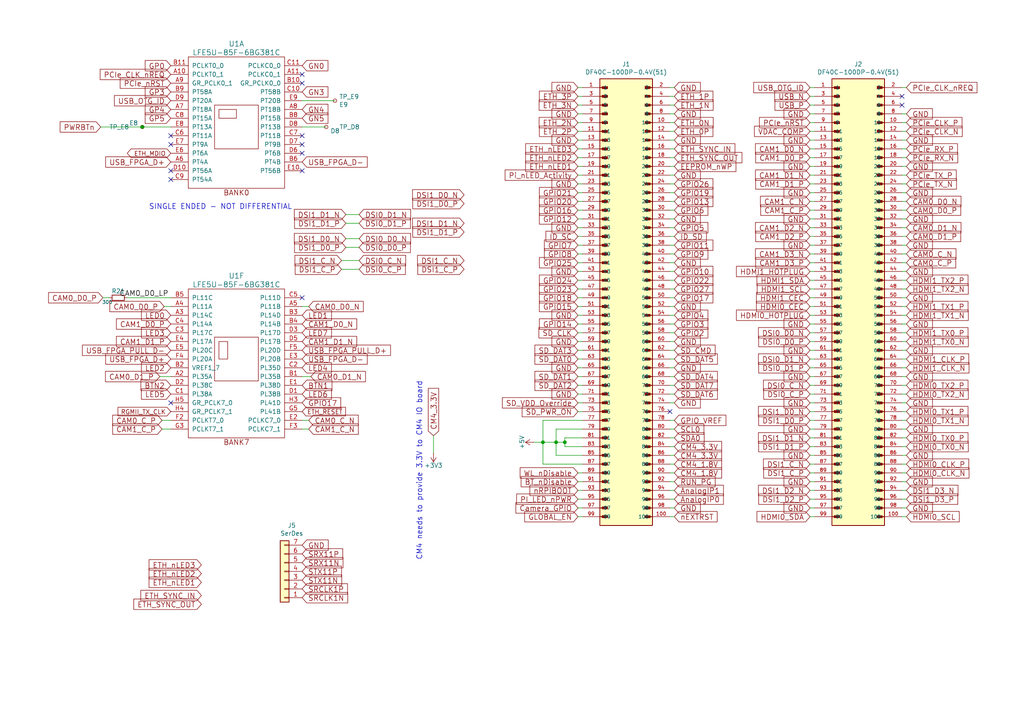
<source format=kicad_sch>
(kicad_sch (version 20231120) (generator "eeschema") (generator_version "8.0")
  (paper "A4")
  (title_block (title "ULX3S") (date "2024-08-20") (rev "0.0.4") (company "EMARD") (comment 1 "GPIO 2.54 mm connectors") (comment 2 "License: CERN-OHL-S v2"))
  (junction (at 41.275 36.83))
  (junction (at 161.29 128.27))
  (junction (at 163.83 128.27))
  (junction (at 157.48 128.27))
  (no_connect (at 87.63 86.36))
  (no_connect (at 49.53 39.37))
  (no_connect (at 261.62 27.94))
  (no_connect (at 49.53 116.84))
  (no_connect (at 87.63 49.53))
  (no_connect (at 49.53 49.53))
  (no_connect (at 49.53 52.07))
  (no_connect (at 87.63 24.13))
  (no_connect (at 194.31 119.38))
  (no_connect (at 261.62 30.48))
  (no_connect (at 87.63 21.59))
  (no_connect (at 87.63 39.37))
  (no_connect (at 87.63 44.45))
  (no_connect (at 49.53 41.91))
  (no_connect (at 87.63 41.91))
  (wire (pts (xy 167.64 40.64) (xy 168.91 40.64)))
  (wire (pts (xy 234.95 119.38) (xy 236.22 119.38)))
  (wire (pts (xy 194.31 101.6) (xy 195.58 101.6)))
  (wire (pts (xy 168.91 137.16) (xy 167.64 137.16)))
  (wire (pts (xy 167.64 83.82) (xy 168.91 83.82)))
  (wire (pts (xy 261.62 78.74) (xy 262.89 78.74)))
  (wire (pts (xy 104.14 71.755) (xy 100.33 71.755)))
  (wire (pts (xy 104.14 64.77) (xy 100.33 64.77)))
  (wire (pts (xy 167.64 25.4) (xy 168.91 25.4)))
  (wire (pts (xy 236.22 101.6) (xy 234.95 101.6)))
  (wire (pts (xy 167.64 99.06) (xy 168.91 99.06)))
  (wire (pts (xy 168.91 142.24) (xy 167.64 142.24)))
  (wire (pts (xy 234.95 40.64) (xy 236.22 40.64)))
  (wire (pts (xy 168.91 43.18) (xy 167.64 43.18)))
  (wire (pts (xy 234.95 25.4) (xy 236.22 25.4)))
  (wire (pts (xy 261.62 132.08) (xy 262.89 132.08)))
  (wire (pts (xy 262.89 81.28) (xy 261.62 81.28)))
  (wire (pts (xy 167.64 30.48) (xy 168.91 30.48)))
  (wire (pts (xy 194.31 134.62) (xy 195.58 134.62)))
  (wire (pts (xy 234.95 86.36) (xy 236.22 86.36)))
  (wire (pts (xy 46.99 121.92) (xy 49.53 121.92)))
  (wire (pts (xy 195.58 116.84) (xy 194.31 116.84)))
  (wire (pts (xy 168.91 66.04) (xy 167.64 66.04)))
  (wire (pts (xy 167.64 93.98) (xy 168.91 93.98)))
  (wire (pts (xy 236.22 30.48) (xy 234.95 30.48)))
  (wire (pts (xy 87.63 109.22) (xy 90.17 109.22)))
  (wire (pts (xy 236.22 134.62) (xy 234.95 134.62)))
  (wire (pts (xy 236.22 83.82) (xy 234.95 83.82)))
  (wire (pts (xy 234.95 99.06) (xy 236.22 99.06)))
  (wire (pts (xy 261.62 91.44) (xy 262.89 91.44)))
  (wire (pts (xy 167.64 27.94) (xy 168.91 27.94)))
  (wire (pts (xy 236.22 48.26) (xy 234.95 48.26)))
  (wire (pts (xy 167.64 53.34) (xy 168.91 53.34)))
  (wire (pts (xy 194.31 68.58) (xy 195.58 68.58)))
  (wire (pts (xy 87.63 29.21) (xy 97.155 29.21)))
  (wire (pts (xy 234.95 104.14) (xy 236.22 104.14)))
  (wire (pts (xy 195.58 55.88) (xy 194.31 55.88)))
  (wire (pts (xy 167.64 119.38) (xy 168.91 119.38)))
  (wire (pts (xy 194.31 96.52) (xy 195.58 96.52)))
  (wire (pts (xy 236.22 78.74) (xy 234.95 78.74)))
  (wire (pts (xy 236.22 58.42) (xy 234.95 58.42)))
  (wire (pts (xy 167.64 45.72) (xy 168.91 45.72)))
  (wire (pts (xy 163.83 127) (xy 168.91 127)))
  (wire (pts (xy 168.91 50.8) (xy 167.64 50.8)))
  (wire (pts (xy 234.95 114.3) (xy 236.22 114.3)))
  (wire (pts (xy 167.64 38.1) (xy 168.91 38.1)))
  (wire (pts (xy 234.95 66.04) (xy 236.22 66.04)))
  (wire (pts (xy 194.31 129.54) (xy 195.58 129.54)))
  (wire (pts (xy 157.48 121.92) (xy 157.48 128.27)))
  (wire (pts (xy 261.62 124.46) (xy 262.89 124.46)))
  (wire (pts (xy 194.31 58.42) (xy 195.58 58.42)))
  (wire (pts (xy 261.62 137.16) (xy 262.89 137.16)))
  (wire (pts (xy 47.625 88.9) (xy 49.53 88.9)))
  (wire (pts (xy 195.58 71.12) (xy 194.31 71.12)))
  (wire (pts (xy 261.62 114.3) (xy 262.89 114.3)))
  (wire (pts (xy 195.58 144.78) (xy 194.31 144.78)))
  (wire (pts (xy 262.89 109.22) (xy 261.62 109.22)))
  (wire (pts (xy 262.89 99.06) (xy 261.62 99.06)))
  (wire (pts (xy 195.58 121.92) (xy 194.31 121.92)))
  (wire (pts (xy 262.89 76.2) (xy 261.62 76.2)))
  (wire (pts (xy 236.22 63.5) (xy 234.95 63.5)))
  (wire (pts (xy 195.58 137.16) (xy 194.31 137.16)))
  (wire (pts (xy 194.31 91.44) (xy 195.58 91.44)))
  (wire (pts (xy 194.31 27.94) (xy 195.58 27.94)))
  (wire (pts (xy 234.95 132.08) (xy 236.22 132.08)))
  (wire (pts (xy 195.58 30.48) (xy 194.31 30.48)))
  (wire (pts (xy 195.58 45.72) (xy 194.31 45.72)))
  (wire (pts (xy 234.95 144.78) (xy 236.22 144.78)))
  (wire (pts (xy 236.22 38.1) (xy 234.95 38.1)))
  (wire (pts (xy 261.62 139.7) (xy 262.89 139.7)))
  (wire (pts (xy 236.22 139.7) (xy 234.95 139.7)))
  (wire (pts (xy 168.91 129.54) (xy 163.83 129.54)))
  (wire (pts (xy 234.95 55.88) (xy 236.22 55.88)))
  (wire (pts (xy 168.91 116.84) (xy 167.64 116.84)))
  (wire (pts (xy 194.31 147.32) (xy 195.58 147.32)))
  (wire (pts (xy 195.58 93.98) (xy 194.31 93.98)))
  (wire (pts (xy 167.64 88.9) (xy 168.91 88.9)))
  (wire (pts (xy 262.89 86.36) (xy 261.62 86.36)))
  (wire (pts (xy 261.62 43.18) (xy 262.89 43.18)))
  (wire (pts (xy 157.48 128.27) (xy 154.94 128.27)))
  (wire (pts (xy 195.58 60.96) (xy 194.31 60.96)))
  (wire (pts (xy 195.58 50.8) (xy 194.31 50.8)))
  (wire (pts (xy 236.22 43.18) (xy 234.95 43.18)))
  (wire (pts (xy 87.63 36.83) (xy 94.615 36.83)))
  (wire (pts (xy 262.89 63.5) (xy 261.62 63.5)))
  (wire (pts (xy 261.62 60.96) (xy 262.89 60.96)))
  (wire (pts (xy 236.22 68.58) (xy 234.95 68.58)))
  (wire (pts (xy 167.64 104.14) (xy 168.91 104.14)))
  (wire (pts (xy 234.95 149.86) (xy 236.22 149.86)))
  (wire (pts (xy 262.89 142.24) (xy 261.62 142.24)))
  (wire (pts (xy 261.62 96.52) (xy 262.89 96.52)))
  (wire (pts (xy 234.95 76.2) (xy 236.22 76.2)))
  (wire (pts (xy 234.95 60.96) (xy 236.22 60.96)))
  (wire (pts (xy 195.58 35.56) (xy 194.31 35.56)))
  (wire (pts (xy 262.89 48.26) (xy 261.62 48.26)))
  (wire (pts (xy 161.29 124.46) (xy 161.29 128.27)))
  (wire (pts (xy 261.62 35.56) (xy 262.89 35.56)))
  (wire (pts (xy 262.89 116.84) (xy 261.62 116.84)))
  (wire (pts (xy 195.58 99.06) (xy 194.31 99.06)))
  (wire (pts (xy 167.64 73.66) (xy 168.91 73.66)))
  (wire (pts (xy 168.91 109.22) (xy 167.64 109.22)))
  (wire (pts (xy 261.62 73.66) (xy 262.89 73.66)))
  (wire (pts (xy 167.64 63.5) (xy 168.91 63.5)))
  (wire (pts (xy 234.95 71.12) (xy 236.22 71.12)))
  (wire (pts (xy 261.62 83.82) (xy 262.89 83.82)))
  (wire (pts (xy 168.91 144.78) (xy 167.64 144.78)))
  (wire (pts (xy 262.89 55.88) (xy 261.62 55.88)))
  (wire (pts (xy 46.355 109.22) (xy 49.53 109.22)))
  (wire (pts (xy 262.89 58.42) (xy 261.62 58.42)))
  (wire (pts (xy 99.06 75.565) (xy 104.14 75.565)))
  (wire (pts (xy 262.89 40.64) (xy 261.62 40.64)))
  (wire (pts (xy 234.95 45.72) (xy 236.22 45.72)))
  (wire (pts (xy 234.95 109.22) (xy 236.22 109.22)))
  (wire (pts (xy 168.91 86.36) (xy 167.64 86.36)))
  (wire (pts (xy 261.62 45.72) (xy 262.89 45.72)))
  (wire (pts (xy 194.31 38.1) (xy 195.58 38.1)))
  (wire (pts (xy 261.62 106.68) (xy 262.89 106.68)))
  (wire (pts (xy 261.62 119.38) (xy 262.89 119.38)))
  (wire (pts (xy 168.91 132.08) (xy 161.29 132.08)))
  (wire (pts (xy 262.89 121.92) (xy 261.62 121.92)))
  (wire (pts (xy 194.31 149.86) (xy 195.58 149.86)))
  (wire (pts (xy 261.62 53.34) (xy 262.89 53.34)))
  (wire (pts (xy 157.48 134.62) (xy 168.91 134.62)))
  (wire (pts (xy 261.62 50.8) (xy 262.89 50.8)))
  (wire (pts (xy 194.31 86.36) (xy 195.58 86.36)))
  (wire (pts (xy 194.31 132.08) (xy 195.58 132.08)))
  (wire (pts (xy 195.58 127) (xy 194.31 127)))
  (wire (pts (xy 167.64 149.86) (xy 168.91 149.86)))
  (wire (pts (xy 194.31 78.74) (xy 195.58 78.74)))
  (wire (pts (xy 236.22 129.54) (xy 234.95 129.54)))
  (wire (pts (xy 236.22 106.68) (xy 234.95 106.68)))
  (wire (pts (xy 167.64 58.42) (xy 168.91 58.42)))
  (wire (pts (xy 234.95 124.46) (xy 236.22 124.46)))
  (wire (pts (xy 168.91 121.92) (xy 157.48 121.92)))
  (wire (pts (xy 29.845 86.36) (xy 31.75 86.36)))
  (wire (pts (xy 167.64 78.74) (xy 168.91 78.74)))
  (wire (pts (xy 163.83 129.54) (xy 163.83 128.27)))
  (wire (pts (xy 234.95 91.44) (xy 236.22 91.44)))
  (wire (pts (xy 194.31 109.22) (xy 195.58 109.22)))
  (wire (pts (xy 194.31 81.28) (xy 195.58 81.28)))
  (wire (pts (xy 125.73 131.445) (xy 125.73 126.365)))
  (wire (pts (xy 168.91 71.12) (xy 167.64 71.12)))
  (wire (pts (xy 261.62 127) (xy 262.89 127)))
  (wire (pts (xy 168.91 48.26) (xy 167.64 48.26)))
  (wire (pts (xy 261.62 144.78) (xy 262.89 144.78)))
  (wire (pts (xy 89.535 121.92) (xy 87.63 121.92)))
  (wire (pts (xy 234.95 137.16) (xy 236.22 137.16)))
  (wire (pts (xy 261.62 25.4) (xy 262.89 25.4)))
  (wire (pts (xy 236.22 121.92) (xy 234.95 121.92)))
  (wire (pts (xy 194.31 104.14) (xy 195.58 104.14)))
  (wire (pts (xy 161.29 132.08) (xy 161.29 128.27)))
  (wire (pts (xy 167.64 68.58) (xy 168.91 68.58)))
  (wire (pts (xy 87.63 88.9) (xy 89.535 88.9)))
  (wire (pts (xy 236.22 116.84) (xy 234.95 116.84)))
  (wire (pts (xy 261.62 149.86) (xy 262.89 149.86)))
  (wire (pts (xy 41.275 36.83) (xy 49.53 36.83)))
  (wire (pts (xy 168.91 55.88) (xy 167.64 55.88)))
  (wire (pts (xy 261.62 68.58) (xy 262.89 68.58)))
  (wire (pts (xy 262.89 134.62) (xy 261.62 134.62)))
  (wire (pts (xy 46.99 124.46) (xy 49.53 124.46)))
  (wire (pts (xy 194.31 142.24) (xy 195.58 142.24)))
  (wire (pts (xy 236.22 93.98) (xy 234.95 93.98)))
  (wire (pts (xy 236.22 53.34) (xy 234.95 53.34)))
  (wire (pts (xy 167.64 139.7) (xy 168.91 139.7)))
  (wire (pts (xy 167.64 106.68) (xy 168.91 106.68)))
  (wire (pts (xy 29.21 36.83) (xy 41.275 36.83)))
  (wire (pts (xy 168.91 124.46) (xy 161.29 124.46)))
  (wire (pts (xy 234.95 81.28) (xy 236.22 81.28)))
  (wire (pts (xy 234.95 127) (xy 236.22 127)))
  (wire (pts (xy 234.95 142.24) (xy 236.22 142.24)))
  (wire (pts (xy 194.31 33.02) (xy 195.58 33.02)))
  (wire (pts (xy 261.62 38.1) (xy 262.89 38.1)))
  (wire (pts (xy 157.48 128.27) (xy 157.48 134.62)))
  (wire (pts (xy 195.58 106.68) (xy 194.31 106.68)))
  (wire (pts (xy 163.83 128.27) (xy 161.29 128.27)))
  (wire (pts (xy 261.62 66.04) (xy 262.89 66.04)))
  (wire (pts (xy 195.58 66.04) (xy 194.31 66.04)))
  (wire (pts (xy 234.95 96.52) (xy 236.22 96.52)))
  (wire (pts (xy 194.31 48.26) (xy 195.58 48.26)))
  (wire (pts (xy 195.58 88.9) (xy 194.31 88.9)))
  (wire (pts (xy 167.64 35.56) (xy 168.91 35.56)))
  (wire (pts (xy 195.58 76.2) (xy 194.31 76.2)))
  (wire (pts (xy 89.535 124.46) (xy 87.63 124.46)))
  (wire (pts (xy 262.89 104.14) (xy 261.62 104.14)))
  (wire (pts (xy 194.31 63.5) (xy 195.58 63.5)))
  (wire (pts (xy 168.91 76.2) (xy 167.64 76.2)))
  (wire (pts (xy 168.91 33.02) (xy 167.64 33.02)))
  (wire (pts (xy 161.29 128.27) (xy 157.48 128.27)))
  (wire (pts (xy 261.62 111.76) (xy 262.89 111.76)))
  (wire (pts (xy 168.91 91.44) (xy 167.64 91.44)))
  (wire (pts (xy 104.14 78.105) (xy 99.06 78.105)))
  (wire (pts (xy 194.31 114.3) (xy 195.58 114.3)))
  (wire (pts (xy 167.64 114.3) (xy 168.91 114.3)))
  (wire (pts (xy 195.58 83.82) (xy 194.31 83.82)))
  (wire (pts (xy 168.91 101.6) (xy 167.64 101.6)))
  (wire (pts (xy 236.22 147.32) (xy 234.95 147.32)))
  (wire (pts (xy 100.33 69.215) (xy 104.14 69.215)))
  (wire (pts (xy 195.58 40.64) (xy 194.31 40.64)))
  (wire (pts (xy 100.33 62.23) (xy 104.14 62.23)))
  (wire (pts (xy 262.89 33.02) (xy 261.62 33.02)))
  (wire (pts (xy 262.89 147.32) (xy 261.62 147.32)))
  (wire (pts (xy 262.89 93.98) (xy 261.62 93.98)))
  (wire (pts (xy 168.91 111.76) (xy 167.64 111.76)))
  (wire (pts (xy 234.95 50.8) (xy 236.22 50.8)))
  (wire (pts (xy 234.95 27.94) (xy 236.22 27.94)))
  (wire (pts (xy 168.91 96.52) (xy 167.64 96.52)))
  (wire (pts (xy 236.22 33.02) (xy 234.95 33.02)))
  (wire (pts (xy 262.89 129.54) (xy 261.62 129.54)))
  (wire (pts (xy 168.91 81.28) (xy 167.64 81.28)))
  (wire (pts (xy 194.31 73.66) (xy 195.58 73.66)))
  (wire (pts (xy 168.91 60.96) (xy 167.64 60.96)))
  (wire (pts (xy 195.58 25.4) (xy 194.31 25.4)))
  (wire (pts (xy 236.22 88.9) (xy 234.95 88.9)))
  (wire (pts (xy 163.83 127) (xy 163.83 128.27)))
  (wire (pts (xy 194.31 124.46) (xy 195.58 124.46)))
  (wire (pts (xy 262.89 71.12) (xy 261.62 71.12)))
  (wire (pts (xy 236.22 111.76) (xy 234.95 111.76)))
  (wire (pts (xy 236.22 73.66) (xy 234.95 73.66)))
  (wire (pts (xy 194.31 139.7) (xy 195.58 139.7)))
  (wire (pts (xy 261.62 88.9) (xy 262.89 88.9)))
  (wire (pts (xy 194.31 43.18) (xy 195.58 43.18)))
  (wire (pts (xy 234.95 35.56) (xy 236.22 35.56)))
  (wire (pts (xy 167.64 147.32) (xy 168.91 147.32)))
  (wire (pts (xy 194.31 53.34) (xy 195.58 53.34)))
  (wire (pts (xy 195.58 111.76) (xy 194.31 111.76)))
  (wire (pts (xy 261.62 101.6) (xy 262.89 101.6)))
  (wire (pts (xy 36.83 86.36) (xy 49.53 86.36)))
  (text "CM4 needs to provide 3.3V to CM4 IO board" (at 122.555 162.56 90) (effects (font (size 1.524 1.524)) (justify left bottom)))
  (text "SINGLE ENDED - NOT DIFFERENTIAL" (at 43.18 60.96 0) (effects (font (size 1.524 1.524)) (justify left bottom)))
  (label "CAM0_D0_LP" (at 48.895 86.36 180) (effects (font (size 1.524 1.524))))
  (global_label "CAM0_D1_N" (shape input) (at 262.89 66.04 0) (effects (font (size 1.524 1.524))) (property "Intersheetrefs" "${INTERSHEET_REFS}" (effects (hide yes))))
  (global_label "PCIe_CLK_nREQ" (shape input) (at 49.53 21.59 180) (effects (font (size 1.524 1.524))) (property "Intersheetrefs" "${INTERSHEET_REFS}" (effects (hide yes))))
  (global_label "CAM1_D3_N" (shape input) (at 234.95 73.66 180) (effects (font (size 1.524 1.524))) (property "Intersheetrefs" "${INTERSHEET_REFS}" (effects (hide yes))))
  (global_label "GND" (shape input) (at 195.58 116.84 0) (effects (font (size 1.524 1.524))) (property "Intersheetrefs" "${INTERSHEET_REFS}" (effects (hide yes))))
  (global_label "ETH_1N" (shape input) (at 195.58 30.48 0) (effects (font (size 1.524 1.524))) (property "Intersheetrefs" "${INTERSHEET_REFS}" (effects (hide yes))))
  (global_label "GND" (shape input) (at 262.89 78.74 0) (effects (font (size 1.524 1.524))) (property "Intersheetrefs" "${INTERSHEET_REFS}" (effects (hide yes))))
  (global_label "CM4_3.3V" (shape input) (at 125.73 126.365 90) (effects (font (size 1.524 1.524))) (property "Intersheetrefs" "${INTERSHEET_REFS}" (effects (hide yes))))
  (global_label "GP5" (shape input) (at 49.53 34.29 180) (effects (font (size 1.524 1.524))) (property "Intersheetrefs" "${INTERSHEET_REFS}" (effects (hide yes))))
  (global_label "DSI1_C_P" (shape input) (at 134.62 78.105 180) (effects (font (size 1.524 1.524))) (property "Intersheetrefs" "${INTERSHEET_REFS}" (effects (hide yes))))
  (global_label "DSI0_D0_N" (shape input) (at 104.14 69.215 0) (effects (font (size 1.524 1.524))) (property "Intersheetrefs" "${INTERSHEET_REFS}" (effects (hide yes))))
  (global_label "LED4" (shape input) (at 87.63 106.68 0) (effects (font (size 1.524 1.524))) (property "Intersheetrefs" "${INTERSHEET_REFS}" (effects (hide yes))))
  (global_label "CAM1_D0_N" (shape input) (at 234.95 43.18 180) (effects (font (size 1.524 1.524))) (property "Intersheetrefs" "${INTERSHEET_REFS}" (effects (hide yes))))
  (global_label "CAM1_D1_P" (shape input) (at 234.95 53.34 180) (effects (font (size 1.524 1.524))) (property "Intersheetrefs" "${INTERSHEET_REFS}" (effects (hide yes))))
  (global_label "HDMI1_TX2_N" (shape input) (at 262.89 83.82 0) (effects (font (size 1.524 1.524))) (property "Intersheetrefs" "${INTERSHEET_REFS}" (effects (hide yes))))
  (global_label "GND" (shape input) (at 234.95 71.12 180) (effects (font (size 1.524 1.524))) (property "Intersheetrefs" "${INTERSHEET_REFS}" (effects (hide yes))))
  (global_label "GND" (shape input) (at 262.89 63.5 0) (effects (font (size 1.524 1.524))) (property "Intersheetrefs" "${INTERSHEET_REFS}" (effects (hide yes))))
  (global_label "CM4_1.8V" (shape input) (at 195.58 137.16 0) (effects (font (size 1.524 1.524))) (property "Intersheetrefs" "${INTERSHEET_REFS}" (effects (hide yes))))
  (global_label "GPIO24" (shape input) (at 167.64 81.28 180) (effects (font (size 1.524 1.524))) (property "Intersheetrefs" "${INTERSHEET_REFS}" (effects (hide yes))))
  (global_label "ETH_3P" (shape input) (at 167.64 27.94 180) (effects (font (size 1.524 1.524))) (property "Intersheetrefs" "${INTERSHEET_REFS}" (effects (hide yes))))
  (global_label "SD_DAT7" (shape input) (at 195.58 111.76 0) (effects (font (size 1.524 1.524))) (property "Intersheetrefs" "${INTERSHEET_REFS}" (effects (hide yes))))
  (global_label "CAM1_D3_P" (shape input) (at 234.95 76.2 180) (effects (font (size 1.524 1.524))) (property "Intersheetrefs" "${INTERSHEET_REFS}" (effects (hide yes))))
  (global_label "DSI1_D0_P" (shape input) (at 134.62 59.055 180) (effects (font (size 1.524 1.524))) (property "Intersheetrefs" "${INTERSHEET_REFS}" (effects (hide yes))))
  (global_label "DSI1_D1_N" (shape input) (at 234.95 127 180) (effects (font (size 1.524 1.524))) (property "Intersheetrefs" "${INTERSHEET_REFS}" (effects (hide yes))))
  (global_label "GND" (shape input) (at 262.89 116.84 0) (effects (font (size 1.524 1.524))) (property "Intersheetrefs" "${INTERSHEET_REFS}" (effects (hide yes))))
  (global_label "HDMI1_TX0_N" (shape input) (at 262.89 99.06 0) (effects (font (size 1.524 1.524))) (property "Intersheetrefs" "${INTERSHEET_REFS}" (effects (hide yes))))
  (global_label "nEXTRST" (shape input) (at 195.58 149.86 0) (effects (font (size 1.524 1.524))) (property "Intersheetrefs" "${INTERSHEET_REFS}" (effects (hide yes))))
  (global_label "SD_DAT1" (shape input) (at 167.64 109.22 180) (effects (font (size 1.524 1.524))) (property "Intersheetrefs" "${INTERSHEET_REFS}" (effects (hide yes))))
  (global_label "BTN1" (shape input) (at 87.63 111.76 0) (effects (font (size 1.524 1.524))) (property "Intersheetrefs" "${INTERSHEET_REFS}" (effects (hide yes))))
  (global_label "HDMI0_SCL" (shape input) (at 262.89 149.86 0) (effects (font (size 1.524 1.524))) (property "Intersheetrefs" "${INTERSHEET_REFS}" (effects (hide yes))))
  (global_label "CM4_3.3V" (shape input) (at 195.58 132.08 0) (effects (font (size 1.524 1.524))) (property "Intersheetrefs" "${INTERSHEET_REFS}" (effects (hide yes))))
  (global_label "CAM1_D1_N" (shape input) (at 87.63 99.06 0) (effects (font (size 1.524 1.524))) (property "Intersheetrefs" "${INTERSHEET_REFS}" (effects (hide yes))))
  (global_label "DSI0_D1_N" (shape input) (at 104.14 62.23 0) (effects (font (size 1.524 1.524))) (property "Intersheetrefs" "${INTERSHEET_REFS}" (effects (hide yes))))
  (global_label "GND" (shape input) (at 234.95 55.88 180) (effects (font (size 1.524 1.524))) (property "Intersheetrefs" "${INTERSHEET_REFS}" (effects (hide yes))))
  (global_label "CAM0_C_P" (shape input) (at 262.89 76.2 0) (effects (font (size 1.524 1.524))) (property "Intersheetrefs" "${INTERSHEET_REFS}" (effects (hide yes))))
  (global_label "DSI1_C_N" (shape input) (at 134.62 75.565 180) (effects (font (size 1.524 1.524))) (property "Intersheetrefs" "${INTERSHEET_REFS}" (effects (hide yes))))
  (global_label "ID_SC" (shape input) (at 167.64 68.58 180) (effects (font (size 1.524 1.524))) (property "Intersheetrefs" "${INTERSHEET_REFS}" (effects (hide yes))))
  (global_label "GND" (shape input) (at 234.95 109.22 180) (effects (font (size 1.524 1.524))) (property "Intersheetrefs" "${INTERSHEET_REFS}" (effects (hide yes))))
  (global_label "CAM1_D0_N" (shape input) (at 87.63 93.98 0) (effects (font (size 1.524 1.524))) (property "Intersheetrefs" "${INTERSHEET_REFS}" (effects (hide yes))))
  (global_label "GND" (shape input) (at 167.64 91.44 180) (effects (font (size 1.524 1.524))) (property "Intersheetrefs" "${INTERSHEET_REFS}" (effects (hide yes))))
  (global_label "DSI0_C_N" (shape input) (at 234.95 111.76 180) (effects (font (size 1.524 1.524))) (property "Intersheetrefs" "${INTERSHEET_REFS}" (effects (hide yes))))
  (global_label "GND" (shape input) (at 195.58 33.02 0) (effects (font (size 1.524 1.524))) (property "Intersheetrefs" "${INTERSHEET_REFS}" (effects (hide yes))))
  (global_label "GP3" (shape input) (at 49.53 26.67 180) (effects (font (size 1.524 1.524))) (property "Intersheetrefs" "${INTERSHEET_REFS}" (effects (hide yes))))
  (global_label "RGMII_TX_CLK" (shape input) (at 49.53 119.38 180) (property "Intersheetrefs" "${INTERSHEET_REFS}" (effects (hide yes))))
  (global_label "GND" (shape input) (at 262.89 132.08 0) (effects (font (size 1.524 1.524))) (property "Intersheetrefs" "${INTERSHEET_REFS}" (effects (hide yes))))
  (global_label "GND" (shape input) (at 234.95 63.5 180) (effects (font (size 1.524 1.524))) (property "Intersheetrefs" "${INTERSHEET_REFS}" (effects (hide yes))))
  (global_label "SRCLK1P" (shape input) (at 87.63 170.815 0) (effects (font (size 1.524 1.524))) (property "Intersheetrefs" "${INTERSHEET_REFS}" (effects (hide yes))))
  (global_label "DSI0_C_P" (shape input) (at 104.14 78.105 0) (effects (font (size 1.524 1.524))) (property "Intersheetrefs" "${INTERSHEET_REFS}" (effects (hide yes))))
  (global_label "GND" (shape input) (at 234.95 101.6 180) (effects (font (size 1.524 1.524))) (property "Intersheetrefs" "${INTERSHEET_REFS}" (effects (hide yes))))
  (global_label "DSI0_C_N" (shape input) (at 104.14 75.565 0) (effects (font (size 1.524 1.524))) (property "Intersheetrefs" "${INTERSHEET_REFS}" (effects (hide yes))))
  (global_label "GND" (shape input) (at 195.58 106.68 0) (effects (font (size 1.524 1.524))) (property "Intersheetrefs" "${INTERSHEET_REFS}" (effects (hide yes))))
  (global_label "GPIO9" (shape input) (at 195.58 73.66 0) (effects (font (size 1.524 1.524))) (property "Intersheetrefs" "${INTERSHEET_REFS}" (effects (hide yes))))
  (global_label "GPIO20" (shape input) (at 167.64 58.42 180) (effects (font (size 1.524 1.524))) (property "Intersheetrefs" "${INTERSHEET_REFS}" (effects (hide yes))))
  (global_label "GND" (shape input) (at 167.64 106.68 180) (effects (font (size 1.524 1.524))) (property "Intersheetrefs" "${INTERSHEET_REFS}" (effects (hide yes))))
  (global_label "RUN_PG" (shape input) (at 195.58 139.7 0) (effects (font (size 1.524 1.524))) (property "Intersheetrefs" "${INTERSHEET_REFS}" (effects (hide yes))))
  (global_label "DSI1_C_N" (shape input) (at 99.06 75.565 180) (effects (font (size 1.524 1.524))) (property "Intersheetrefs" "${INTERSHEET_REFS}" (effects (hide yes))))
  (global_label "LED6" (shape input) (at 87.63 114.3 0) (effects (font (size 1.524 1.524))) (property "Intersheetrefs" "${INTERSHEET_REFS}" (effects (hide yes))))
  (global_label "GPIO3" (shape input) (at 195.58 93.98 0) (effects (font (size 1.524 1.524))) (property "Intersheetrefs" "${INTERSHEET_REFS}" (effects (hide yes))))
  (global_label "GND" (shape input) (at 234.95 139.7 180) (effects (font (size 1.524 1.524))) (property "Intersheetrefs" "${INTERSHEET_REFS}" (effects (hide yes))))
  (global_label "DSI1_C_P" (shape input) (at 99.06 78.105 180) (effects (font (size 1.524 1.524))) (property "Intersheetrefs" "${INTERSHEET_REFS}" (effects (hide yes))))
  (global_label "DSI1_D1_N" (shape input) (at 134.62 64.77 180) (effects (font (size 1.524 1.524))) (property "Intersheetrefs" "${INTERSHEET_REFS}" (effects (hide yes))))
  (global_label "ETH_0P" (shape input) (at 195.58 38.1 0) (effects (font (size 1.524 1.524))) (property "Intersheetrefs" "${INTERSHEET_REFS}" (effects (hide yes))))
  (global_label "HDMI1_SDA" (shape input) (at 234.95 81.28 180) (effects (font (size 1.524 1.524))) (property "Intersheetrefs" "${INTERSHEET_REFS}" (effects (hide yes))))
  (global_label "GND" (shape input) (at 195.58 147.32 0) (effects (font (size 1.524 1.524))) (property "Intersheetrefs" "${INTERSHEET_REFS}" (effects (hide yes))))
  (global_label "CM4_1.8V" (shape input) (at 195.58 134.62 0) (effects (font (size 1.524 1.524))) (property "Intersheetrefs" "${INTERSHEET_REFS}" (effects (hide yes))))
  (global_label "HDMI1_HOTPLUG" (shape input) (at 234.95 78.74 180) (effects (font (size 1.524 1.524))) (property "Intersheetrefs" "${INTERSHEET_REFS}" (effects (hide yes))))
  (global_label "LED1" (shape input) (at 87.63 91.44 0) (effects (font (size 1.524 1.524))) (property "Intersheetrefs" "${INTERSHEET_REFS}" (effects (hide yes))))
  (global_label "DSI1_D0_P" (shape input) (at 100.33 71.755 180) (effects (font (size 1.524 1.524))) (property "Intersheetrefs" "${INTERSHEET_REFS}" (effects (hide yes))))
  (global_label "GND" (shape input) (at 262.89 86.36 0) (effects (font (size 1.524 1.524))) (property "Intersheetrefs" "${INTERSHEET_REFS}" (effects (hide yes))))
  (global_label "GND" (shape input) (at 262.89 124.46 0) (effects (font (size 1.524 1.524))) (property "Intersheetrefs" "${INTERSHEET_REFS}" (effects (hide yes))))
  (global_label "SRX11P" (shape input) (at 87.63 160.655 0) (effects (font (size 1.524 1.524))) (property "Intersheetrefs" "${INTERSHEET_REFS}" (effects (hide yes))))
  (global_label "DSI1_D1_P" (shape input) (at 100.33 64.77 180) (effects (font (size 1.524 1.524))) (property "Intersheetrefs" "${INTERSHEET_REFS}" (effects (hide yes))))
  (global_label "DSI1_C_N" (shape input) (at 234.95 134.62 180) (effects (font (size 1.524 1.524))) (property "Intersheetrefs" "${INTERSHEET_REFS}" (effects (hide yes))))
  (global_label "ETH_SYNC_IN" (shape input) (at 58.42 172.72 180) (effects (font (size 1.524 1.524))) (property "Intersheetrefs" "${INTERSHEET_REFS}" (effects (hide yes))))
  (global_label "ETH_MDIO" (shape bidirectional) (at 49.53 44.45 180) (property "Intersheetrefs" "${INTERSHEET_REFS}" (effects (hide yes))))
  (global_label "USB_OTG_ID" (shape input) (at 234.95 25.4 180) (effects (font (size 1.524 1.524))) (property "Intersheetrefs" "${INTERSHEET_REFS}" (effects (hide yes))))
  (global_label "LED2" (shape input) (at 49.53 106.68 180) (effects (font (size 1.524 1.524))) (property "Intersheetrefs" "${INTERSHEET_REFS}" (effects (hide yes))))
  (global_label "HDMI1_TX1_N" (shape input) (at 262.89 91.44 0) (effects (font (size 1.524 1.524))) (property "Intersheetrefs" "${INTERSHEET_REFS}" (effects (hide yes))))
  (global_label "GN5" (shape input) (at 87.63 34.29 0) (effects (font (size 1.524 1.524))) (property "Intersheetrefs" "${INTERSHEET_REFS}" (effects (hide yes))))
  (global_label "GND" (shape input) (at 195.58 88.9 0) (effects (font (size 1.524 1.524))) (property "Intersheetrefs" "${INTERSHEET_REFS}" (effects (hide yes))))
  (global_label "GPIO23" (shape input) (at 167.64 83.82 180) (effects (font (size 1.524 1.524))) (property "Intersheetrefs" "${INTERSHEET_REFS}" (effects (hide yes))))
  (global_label "GPIO17" (shape input) (at 195.58 86.36 0) (effects (font (size 1.524 1.524))) (property "Intersheetrefs" "${INTERSHEET_REFS}" (effects (hide yes))))
  (global_label "DSI1_D2_P" (shape input) (at 234.95 144.78 180) (effects (font (size 1.524 1.524))) (property "Intersheetrefs" "${INTERSHEET_REFS}" (effects (hide yes))))
  (global_label "SD_CMD" (shape input) (at 195.58 101.6 0) (effects (font (size 1.524 1.524))) (property "Intersheetrefs" "${INTERSHEET_REFS}" (effects (hide yes))))
  (global_label "CAM0_D0_P" (shape input) (at 47.625 88.9 180) (effects (font (size 1.524 1.524))) (property "Intersheetrefs" "${INTERSHEET_REFS}" (effects (hide yes))))
  (global_label "AnalogIP1" (shape input) (at 195.58 142.24 0) (effects (font (size 1.524 1.524))) (property "Intersheetrefs" "${INTERSHEET_REFS}" (effects (hide yes))))
  (global_label "DSI1_D0_P" (shape input) (at 234.95 121.92 180) (effects (font (size 1.524 1.524))) (property "Intersheetrefs" "${INTERSHEET_REFS}" (effects (hide yes))))
  (global_label "AnalogIP0" (shape input) (at 195.58 144.78 0) (effects (font (size 1.524 1.524))) (property "Intersheetrefs" "${INTERSHEET_REFS}" (effects (hide yes))))
  (global_label "HDMI1_TX1_P" (shape input) (at 262.89 88.9 0) (effects (font (size 1.524 1.524))) (property "Intersheetrefs" "${INTERSHEET_REFS}" (effects (hide yes))))
  (global_label "HDMI0_TX1_P" (shape input) (at 262.89 119.38 0) (effects (font (size 1.524 1.524))) (property "Intersheetrefs" "${INTERSHEET_REFS}" (effects (hide yes))))
  (global_label "GND" (shape input) (at 195.58 99.06 0) (effects (font (size 1.524 1.524))) (property "Intersheetrefs" "${INTERSHEET_REFS}" (effects (hide yes))))
  (global_label "GND" (shape input) (at 262.89 147.32 0) (effects (font (size 1.524 1.524))) (property "Intersheetrefs" "${INTERSHEET_REFS}" (effects (hide yes))))
  (global_label "SRCLK1N" (shape input) (at 87.63 173.355 0) (effects (font (size 1.524 1.524))) (property "Intersheetrefs" "${INTERSHEET_REFS}" (effects (hide yes))))
  (global_label "ETH_0N" (shape input) (at 195.58 35.56 0) (effects (font (size 1.524 1.524))) (property "Intersheetrefs" "${INTERSHEET_REFS}" (effects (hide yes))))
  (global_label "GND" (shape input) (at 234.95 93.98 180) (effects (font (size 1.524 1.524))) (property "Intersheetrefs" "${INTERSHEET_REFS}" (effects (hide yes))))
  (global_label "GND" (shape input) (at 262.89 33.02 0) (effects (font (size 1.524 1.524))) (property "Intersheetrefs" "${INTERSHEET_REFS}" (effects (hide yes))))
  (global_label "VDAC_COMP" (shape input) (at 234.95 38.1 180) (effects (font (size 1.524 1.524))) (property "Intersheetrefs" "${INTERSHEET_REFS}" (effects (hide yes))))
  (global_label "USB_FPGA_D-" (shape input) (at 87.63 104.14 0) (effects (font (size 1.524 1.524))) (property "Intersheetrefs" "${INTERSHEET_REFS}" (effects (hide yes))))
  (global_label "SD_DAT0" (shape input) (at 167.64 104.14 180) (effects (font (size 1.524 1.524))) (property "Intersheetrefs" "${INTERSHEET_REFS}" (effects (hide yes))))
  (global_label "CAM0_D0_P" (shape input) (at 29.845 86.36 180) (effects (font (size 1.524 1.524))) (property "Intersheetrefs" "${INTERSHEET_REFS}" (effects (hide yes))))
  (global_label "GND" (shape input) (at 262.89 101.6 0) (effects (font (size 1.524 1.524))) (property "Intersheetrefs" "${INTERSHEET_REFS}" (effects (hide yes))))
  (global_label "CAM0_D1_P" (shape input) (at 262.89 68.58 0) (effects (font (size 1.524 1.524))) (property "Intersheetrefs" "${INTERSHEET_REFS}" (effects (hide yes))))
  (global_label "HDMI0_TX2_N" (shape input) (at 262.89 114.3 0) (effects (font (size 1.524 1.524))) (property "Intersheetrefs" "${INTERSHEET_REFS}" (effects (hide yes))))
  (global_label "STX11P" (shape input) (at 87.63 165.735 0) (effects (font (size 1.524 1.524))) (property "Intersheetrefs" "${INTERSHEET_REFS}" (effects (hide yes))))
  (global_label "HDMI0_TX0_P" (shape input) (at 262.89 127 0) (effects (font (size 1.524 1.524))) (property "Intersheetrefs" "${INTERSHEET_REFS}" (effects (hide yes))))
  (global_label "DSI1_D2_N" (shape input) (at 234.95 142.24 180) (effects (font (size 1.524 1.524))) (property "Intersheetrefs" "${INTERSHEET_REFS}" (effects (hide yes))))
  (global_label "BTN2" (shape input) (at 49.53 111.76 180) (effects (font (size 1.524 1.524))) (property "Intersheetrefs" "${INTERSHEET_REFS}" (effects (hide yes))))
  (global_label "ETH_nLED1" (shape input) (at 167.64 48.26 180) (effects (font (size 1.524 1.524))) (property "Intersheetrefs" "${INTERSHEET_REFS}" (effects (hide yes))))
  (global_label "GPIO16" (shape input) (at 167.64 60.96 180) (effects (font (size 1.524 1.524))) (property "Intersheetrefs" "${INTERSHEET_REFS}" (effects (hide yes))))
  (global_label "GND" (shape input) (at 167.64 53.34 180) (effects (font (size 1.524 1.524))) (property "Intersheetrefs" "${INTERSHEET_REFS}" (effects (hide yes))))
  (global_label "SDA0" (shape input) (at 195.58 127 0) (effects (font (size 1.524 1.524))) (property "Intersheetrefs" "${INTERSHEET_REFS}" (effects (hide yes))))
  (global_label "DSI0_C_P" (shape input) (at 234.95 114.3 180) (effects (font (size 1.524 1.524))) (property "Intersheetrefs" "${INTERSHEET_REFS}" (effects (hide yes))))
  (global_label "PWRBTn" (shape input) (at 29.21 36.83 180) (effects (font (size 1.524 1.524))) (property "Intersheetrefs" "${INTERSHEET_REFS}" (effects (hide yes))))
  (global_label "HDMI0_SDA" (shape input) (at 234.95 149.86 180) (effects (font (size 1.524 1.524))) (property "Intersheetrefs" "${INTERSHEET_REFS}" (effects (hide yes))))
  (global_label "GPIO_VREF" (shape input) (at 195.58 121.92 0) (effects (font (size 1.524 1.524))) (property "Intersheetrefs" "${INTERSHEET_REFS}" (effects (hide yes))))
  (global_label "GND" (shape input) (at 234.95 116.84 180) (effects (font (size 1.524 1.524))) (property "Intersheetrefs" "${INTERSHEET_REFS}" (effects (hide yes))))
  (global_label "USB_FPGA_D-" (shape input) (at 87.63 46.99 0) (effects (font (size 1.524 1.524))) (property "Intersheetrefs" "${INTERSHEET_REFS}" (effects (hide yes))))
  (global_label "CAM0_D0_P" (shape input) (at 262.89 60.96 0) (effects (font (size 1.524 1.524))) (property "Intersheetrefs" "${INTERSHEET_REFS}" (effects (hide yes))))
  (global_label "GN3" (shape input) (at 87.63 26.67 0) (effects (font (size 1.524 1.524))) (property "Intersheetrefs" "${INTERSHEET_REFS}" (effects (hide yes))))
  (global_label "CAM1_D2_N" (shape input) (at 234.95 66.04 180) (effects (font (size 1.524 1.524))) (property "Intersheetrefs" "${INTERSHEET_REFS}" (effects (hide yes))))
  (global_label "DSI0_D0_P" (shape input) (at 234.95 99.06 180) (effects (font (size 1.524 1.524))) (property "Intersheetrefs" "${INTERSHEET_REFS}" (effects (hide yes))))
  (global_label "GPIO11" (shape input) (at 195.58 71.12 0) (effects (font (size 1.524 1.524))) (property "Intersheetrefs" "${INTERSHEET_REFS}" (effects (hide yes))))
  (global_label "GND" (shape input) (at 262.89 40.64 0) (effects (font (size 1.524 1.524))) (property "Intersheetrefs" "${INTERSHEET_REFS}" (effects (hide yes))))
  (global_label "SD_DAT4" (shape input) (at 195.58 109.22 0) (effects (font (size 1.524 1.524))) (property "Intersheetrefs" "${INTERSHEET_REFS}" (effects (hide yes))))
  (global_label "ETH_nLED2" (shape input) (at 167.64 45.72 180) (effects (font (size 1.524 1.524))) (property "Intersheetrefs" "${INTERSHEET_REFS}" (effects (hide yes))))
  (global_label "GND" (shape input) (at 167.64 33.02 180) (effects (font (size 1.524 1.524))) (property "Intersheetrefs" "${INTERSHEET_REFS}" (effects (hide yes))))
  (global_label "GND" (shape input) (at 234.95 132.08 180) (effects (font (size 1.524 1.524))) (property "Intersheetrefs" "${INTERSHEET_REFS}" (effects (hide yes))))
  (global_label "ETH_nLED1" (shape input) (at 58.42 168.91 180) (effects (font (size 1.524 1.524))) (property "Intersheetrefs" "${INTERSHEET_REFS}" (effects (hide yes))))
  (global_label "GND" (shape input) (at 262.89 109.22 0) (effects (font (size 1.524 1.524))) (property "Intersheetrefs" "${INTERSHEET_REFS}" (effects (hide yes))))
  (global_label "SD_DAT2" (shape input) (at 167.64 111.76 180) (effects (font (size 1.524 1.524))) (property "Intersheetrefs" "${INTERSHEET_REFS}" (effects (hide yes))))
  (global_label "CAM1_D1_P" (shape input) (at 49.53 99.06 180) (effects (font (size 1.524 1.524))) (property "Intersheetrefs" "${INTERSHEET_REFS}" (effects (hide yes))))
  (global_label "SD_PWR_ON" (shape input) (at 167.64 119.38 180) (effects (font (size 1.524 1.524))) (property "Intersheetrefs" "${INTERSHEET_REFS}" (effects (hide yes))))
  (global_label "GND" (shape input) (at 234.95 33.02 180) (effects (font (size 1.524 1.524))) (property "Intersheetrefs" "${INTERSHEET_REFS}" (effects (hide yes))))
  (global_label "USB_FPGA_D+" (shape input) (at 49.53 104.14 180) (effects (font (size 1.524 1.524))) (property "Intersheetrefs" "${INTERSHEET_REFS}" (effects (hide yes))))
  (global_label "GN0" (shape input) (at 87.63 19.05 0) (effects (font (size 1.524 1.524))) (property "Intersheetrefs" "${INTERSHEET_REFS}" (effects (hide yes))))
  (global_label "LED3" (shape input) (at 49.53 96.52 180) (effects (font (size 1.524 1.524))) (property "Intersheetrefs" "${INTERSHEET_REFS}" (effects (hide yes))))
  (global_label "nRPIBOOT" (shape input) (at 167.64 142.24 180) (effects (font (size 1.524 1.524))) (property "Intersheetrefs" "${INTERSHEET_REFS}" (effects (hide yes))))
  (global_label "PCIe_TX_N" (shape input) (at 262.89 53.34 0) (effects (font (size 1.524 1.524))) (property "Intersheetrefs" "${INTERSHEET_REFS}" (effects (hide yes))))
  (global_label "HDMI1_TX2_P" (shape input) (at 262.89 81.28 0) (effects (font (size 1.524 1.524))) (property "Intersheetrefs" "${INTERSHEET_REFS}" (effects (hide yes))))
  (global_label "ETH_nLED3" (shape input) (at 167.64 43.18 180) (effects (font (size 1.524 1.524))) (property "Intersheetrefs" "${INTERSHEET_REFS}" (effects (hide yes))))
  (global_label "GP4" (shape input) (at 49.53 31.75 180) (effects (font (size 1.524 1.524))) (property "Intersheetrefs" "${INTERSHEET_REFS}" (effects (hide yes))))
  (global_label "USB_FPGA_D+" (shape input) (at 49.53 46.99 180) (effects (font (size 1.524 1.524))) (property "Intersheetrefs" "${INTERSHEET_REFS}" (effects (hide yes))))
  (global_label "CAM1_D2_P" (shape input) (at 234.95 68.58 180) (effects (font (size 1.524 1.524))) (property "Intersheetrefs" "${INTERSHEET_REFS}" (effects (hide yes))))
  (global_label "CAM1_C_P" (shape input) (at 234.95 60.96 180) (effects (font (size 1.524 1.524))) (property "Intersheetrefs" "${INTERSHEET_REFS}" (effects (hide yes))))
  (global_label "GPIO22" (shape input) (at 195.58 81.28 0) (effects (font (size 1.524 1.524))) (property "Intersheetrefs" "${INTERSHEET_REFS}" (effects (hide yes))))
  (global_label "GP0" (shape input) (at 49.53 19.05 180) (effects (font (size 1.524 1.524))) (property "Intersheetrefs" "${INTERSHEET_REFS}" (effects (hide yes))))
  (global_label "CAM0_D0_N" (shape input) (at 262.89 58.42 0) (effects (font (size 1.524 1.524))) (property "Intersheetrefs" "${INTERSHEET_REFS}" (effects (hide yes))))
  (global_label "GPIO13" (shape input) (at 195.58 58.42 0) (effects (font (size 1.524 1.524))) (property "Intersheetrefs" "${INTERSHEET_REFS}" (effects (hide yes))))
  (global_label "CAM0_C_N" (shape input) (at 262.89 73.66 0) (effects (font (size 1.524 1.524))) (property "Intersheetrefs" "${INTERSHEET_REFS}" (effects (hide yes))))
  (global_label "CAM0_D1_P" (shape input) (at 46.355 109.22 180) (effects (font (size 1.524 1.524))) (property "Intersheetrefs" "${INTERSHEET_REFS}" (effects (hide yes))))
  (global_label "HDMI0_TX2_P" (shape input) (at 262.89 111.76 0) (effects (font (size 1.524 1.524))) (property "Intersheetrefs" "${INTERSHEET_REFS}" (effects (hide yes))))
  (global_label "CAM0_C_P" (shape input) (at 46.99 121.92 180) (effects (font (size 1.524 1.524))) (property "Intersheetrefs" "${INTERSHEET_REFS}" (effects (hide yes))))
  (global_label "GPIO27" (shape input) (at 195.58 83.82 0) (effects (font (size 1.524 1.524))) (property "Intersheetrefs" "${INTERSHEET_REFS}" (effects (hide yes))))
  (global_label "DSI0_D0_P" (shape input) (at 104.14 71.755 0) (effects (font (size 1.524 1.524))) (property "Intersheetrefs" "${INTERSHEET_REFS}" (effects (hide yes))))
  (global_label "GN4" (shape input) (at 87.63 31.75 0) (effects (font (size 1.524 1.524))) (property "Intersheetrefs" "${INTERSHEET_REFS}" (effects (hide yes))))
  (global_label "GND" (shape input) (at 195.58 63.5 0) (effects (font (size 1.524 1.524))) (property "Intersheetrefs" "${INTERSHEET_REFS}" (effects (hide yes))))
  (global_label "CAM0_D1_N" (shape input) (at 90.17 109.22 0) (effects (font (size 1.524 1.524))) (property "Intersheetrefs" "${INTERSHEET_REFS}" (effects (hide yes))))
  (global_label "GPIO21" (shape input) (at 167.64 55.88 180) (effects (font (size 1.524 1.524))) (property "Intersheetrefs" "${INTERSHEET_REFS}" (effects (hide yes))))
  (global_label "GPIO12" (shape input) (at 167.64 63.5 180) (effects (font (size 1.524 1.524))) (property "Intersheetrefs" "${INTERSHEET_REFS}" (effects (hide yes))))
  (global_label "SRX11N" (shape input) (at 87.63 163.195 0) (effects (font (size 1.524 1.524))) (property "Intersheetrefs" "${INTERSHEET_REFS}" (effects (hide yes))))
  (global_label "HDMI0_CEC" (shape input) (at 234.95 88.9 180) (effects (font (size 1.524 1.524))) (property "Intersheetrefs" "${INTERSHEET_REFS}" (effects (hide yes))))
  (global_label "GND" (shape input) (at 167.64 78.74 180) (effects (font (size 1.524 1.524))) (property "Intersheetrefs" "${INTERSHEET_REFS}" (effects (hide yes))))
  (global_label "SCL0" (shape input) (at 195.58 124.46 0) (effects (font (size 1.524 1.524))) (property "Intersheetrefs" "${INTERSHEET_REFS}" (effects (hide yes))))
  (global_label "BT_nDisable" (shape input) (at 167.64 139.7 180) (effects (font (size 1.524 1.524))) (property "Intersheetrefs" "${INTERSHEET_REFS}" (effects (hide yes))))
  (global_label "Camera_GPIO" (shape input) (at 167.64 147.32 180) (effects (font (size 1.524 1.524))) (property "Intersheetrefs" "${INTERSHEET_REFS}" (effects (hide yes))))
  (global_label "GPIO8" (shape input) (at 167.64 73.66 180) (effects (font (size 1.524 1.524))) (property "Intersheetrefs" "${INTERSHEET_REFS}" (effects (hide yes))))
  (global_label "HDMI1_CLK_P" (shape input) (at 262.89 104.14 0) (effects (font (size 1.524 1.524))) (property "Intersheetrefs" "${INTERSHEET_REFS}" (effects (hide yes))))
  (global_label "HDMI0_TX1_N" (shape input) (at 262.89 121.92 0) (effects (font (size 1.524 1.524))) (property "Intersheetrefs" "${INTERSHEET_REFS}" (effects (hide yes))))
  (global_label "ETH_3N" (shape input) (at 167.64 30.48 180) (effects (font (size 1.524 1.524))) (property "Intersheetrefs" "${INTERSHEET_REFS}" (effects (hide yes))))
  (global_label "GND" (shape input) (at 195.58 40.64 0) (effects (font (size 1.524 1.524))) (property "Intersheetrefs" "${INTERSHEET_REFS}" (effects (hide yes))))
  (global_label "CAM1_D1_N" (shape input) (at 234.95 50.8 180) (effects (font (size 1.524 1.524))) (property "Intersheetrefs" "${INTERSHEET_REFS}" (effects (hide yes))))
  (global_label "DSI1_D0_N" (shape input) (at 100.33 69.215 180) (effects (font (size 1.524 1.524))) (property "Intersheetrefs" "${INTERSHEET_REFS}" (effects (hide yes))))
  (global_label "GND" (shape input) (at 234.95 147.32 180) (effects (font (size 1.524 1.524))) (property "Intersheetrefs" "${INTERSHEET_REFS}" (effects (hide yes))))
  (global_label "GPIO6" (shape input) (at 195.58 60.96 0) (effects (font (size 1.524 1.524))) (property "Intersheetrefs" "${INTERSHEET_REFS}" (effects (hide yes))))
  (global_label "USB_OTG_ID" (shape input) (at 49.53 29.21 180) (effects (font (size 1.524 1.524))) (property "Intersheetrefs" "${INTERSHEET_REFS}" (effects (hide yes))))
  (global_label "DSI0_D1_P" (shape input) (at 104.14 64.77 0) (effects (font (size 1.524 1.524))) (property "Intersheetrefs" "${INTERSHEET_REFS}" (effects (hide yes))))
  (global_label "GND" (shape input) (at 234.95 40.64 180) (effects (font (size 1.524 1.524))) (property "Intersheetrefs" "${INTERSHEET_REFS}" (effects (hide yes))))
  (global_label "CAM1_C_N" (shape input) (at 89.535 124.46 0) (effects (font (size 1.524 1.524))) (property "Intersheetrefs" "${INTERSHEET_REFS}" (effects (hide yes))))
  (global_label "PCIe_CLK_N" (shape input) (at 262.89 38.1 0) (effects (font (size 1.524 1.524))) (property "Intersheetrefs" "${INTERSHEET_REFS}" (effects (hide yes))))
  (global_label "HDMI0_CLK_P" (shape input) (at 262.89 134.62 0) (effects (font (size 1.524 1.524))) (property "Intersheetrefs" "${INTERSHEET_REFS}" (effects (hide yes))))
  (global_label "GND" (shape input) (at 87.63 158.115 0) (effects (font (size 1.524 1.524))) (property "Intersheetrefs" "${INTERSHEET_REFS}" (effects (hide yes))))
  (global_label "USB_FPGA_PULL_D-" (shape input) (at 49.53 101.6 180) (effects (font (size 1.524 1.524))) (property "Intersheetrefs" "${INTERSHEET_REFS}" (effects (hide yes))))
  (global_label "HDMI0_CLK_N" (shape input) (at 262.89 137.16 0) (effects (font (size 1.524 1.524))) (property "Intersheetrefs" "${INTERSHEET_REFS}" (effects (hide yes))))
  (global_label "PCIe_CLK_nREQ" (shape input) (at 262.89 25.4 0) (effects (font (size 1.524 1.524))) (property "Intersheetrefs" "${INTERSHEET_REFS}" (effects (hide yes))))
  (global_label "GPIO14" (shape input) (at 167.64 93.98 180) (effects (font (size 1.524 1.524))) (property "Intersheetrefs" "${INTERSHEET_REFS}" (effects (hide yes))))
  (global_label "USB_N" (shape input) (at 234.95 27.94 180) (effects (font (size 1.524 1.524))) (property "Intersheetrefs" "${INTERSHEET_REFS}" (effects (hide yes))))
  (global_label "DSI1_D3_N" (shape input) (at 262.89 142.24 0) (effects (font (size 1.524 1.524))) (property "Intersheetrefs" "${INTERSHEET_REFS}" (effects (hide yes))))
  (global_label "USB_FPGA_PULL_D+" (shape input) (at 87.63 101.6 0) (effects (font (size 1.524 1.524))) (property "Intersheetrefs" "${INTERSHEET_REFS}" (effects (hide yes))))
  (global_label "DSI0_D1_P" (shape input) (at 234.95 106.68 180) (effects (font (size 1.524 1.524))) (property "Intersheetrefs" "${INTERSHEET_REFS}" (effects (hide yes))))
  (global_label "ETH_SYNC_OUT" (shape input) (at 195.58 45.72 0) (effects (font (size 1.524 1.524))) (property "Intersheetrefs" "${INTERSHEET_REFS}" (effects (hide yes))))
  (global_label "STX11N" (shape input) (at 87.63 168.275 0) (effects (font (size 1.524 1.524))) (property "Intersheetrefs" "${INTERSHEET_REFS}" (effects (hide yes))))
  (global_label "DSI0_D1_N" (shape input) (at 234.95 104.14 180) (effects (font (size 1.524 1.524))) (property "Intersheetrefs" "${INTERSHEET_REFS}" (effects (hide yes))))
  (global_label "GPIO17" (shape input) (at 87.63 116.84 0) (effects (font (size 1.524 1.524))) (property "Intersheetrefs" "${INTERSHEET_REFS}" (effects (hide yes))))
  (global_label "GPIO2" (shape input) (at 195.58 96.52 0) (effects (font (size 1.524 1.524))) (property "Intersheetrefs" "${INTERSHEET_REFS}" (effects (hide yes))))
  (global_label "HDMI1_CEC" (shape input) (at 234.95 86.36 180) (effects (font (size 1.524 1.524))) (property "Intersheetrefs" "${INTERSHEET_REFS}" (effects (hide yes))))
  (global_label "ETH_2N" (shape input) (at 167.64 35.56 180) (effects (font (size 1.524 1.524))) (property "Intersheetrefs" "${INTERSHEET_REFS}" (effects (hide yes))))
  (global_label "CAM1_C_P" (shape input) (at 46.99 124.46 180) (effects (font (size 1.524 1.524))) (property "Intersheetrefs" "${INTERSHEET_REFS}" (effects (hide yes))))
  (global_label "GPIO19" (shape input) (at 195.58 55.88 0) (effects (font (size 1.524 1.524))) (property "Intersheetrefs" "${INTERSHEET_REFS}" (effects (hide yes))))
  (global_label "PCIe_CLK_P" (shape input) (at 262.89 35.56 0) (effects (font (size 1.524 1.524))) (property "Intersheetrefs" "${INTERSHEET_REFS}" (effects (hide yes))))
  (global_label "DSI1_D1_P" (shape input) (at 234.95 129.54 180) (effects (font (size 1.524 1.524))) (property "Intersheetrefs" "${INTERSHEET_REFS}" (effects (hide yes))))
  (global_label "LED7" (shape input) (at 87.63 96.52 0) (effects (font (size 1.524 1.524))) (property "Intersheetrefs" "${INTERSHEET_REFS}" (effects (hide yes))))
  (global_label "DSI1_D1_P" (shape input) (at 134.62 67.31 180) (effects (font (size 1.524 1.524))) (property "Intersheetrefs" "${INTERSHEET_REFS}" (effects (hide yes))))
  (global_label "ETH_nLED2" (shape input) (at 58.42 166.37 180) (effects (font (size 1.524 1.524))) (property "Intersheetrefs" "${INTERSHEET_REFS}" (effects (hide yes))))
  (global_label "SD_DAT6" (shape input) (at 195.58 114.3 0) (effects (font (size 1.524 1.524))) (property "Intersheetrefs" "${INTERSHEET_REFS}" (effects (hide yes))))
  (global_label "HDMI1_TX0_P" (shape input) (at 262.89 96.52 0) (effects (font (size 1.524 1.524))) (property "Intersheetrefs" "${INTERSHEET_REFS}" (effects (hide yes))))
  (global_label "GPIO7" (shape input) (at 167.64 71.12 180) (effects (font (size 1.524 1.524))) (property "Intersheetrefs" "${INTERSHEET_REFS}" (effects (hide yes))))
  (global_label "GND" (shape input) (at 262.89 139.7 0) (effects (font (size 1.524 1.524))) (property "Intersheetrefs" "${INTERSHEET_REFS}" (effects (hide yes))))
  (global_label "DSI1_D0_N" (shape input) (at 134.62 56.515 180) (effects (font (size 1.524 1.524))) (property "Intersheetrefs" "${INTERSHEET_REFS}" (effects (hide yes))))
  (global_label "ETH_SYNC_IN" (shape input) (at 195.58 43.18 0) (effects (font (size 1.524 1.524))) (property "Intersheetrefs" "${INTERSHEET_REFS}" (effects (hide yes))))
  (global_label "Pi_nLED_Activity" (shape input) (at 167.64 50.8 180) (effects (font (size 1.524 1.524))) (property "Intersheetrefs" "${INTERSHEET_REFS}" (effects (hide yes))))
  (global_label "ETH_SYNC_OUT" (shape input) (at 58.42 175.26 180) (effects (font (size 1.524 1.524))) (property "Intersheetrefs" "${INTERSHEET_REFS}" (effects (hide yes))))
  (global_label "GPIO4" (shape input) (at 195.58 91.44 0) (effects (font (size 1.524 1.524))) (property "Intersheetrefs" "${INTERSHEET_REFS}" (effects (hide yes))))
  (global_label "GND" (shape input) (at 167.64 25.4 180) (effects (font (size 1.524 1.524))) (property "Intersheetrefs" "${INTERSHEET_REFS}" (effects (hide yes))))
  (global_label "ETH_1P" (shape input) (at 195.58 27.94 0) (effects (font (size 1.524 1.524))) (property "Intersheetrefs" "${INTERSHEET_REFS}" (effects (hide yes))))
  (global_label "GPIO10" (shape input) (at 195.58 78.74 0) (effects (font (size 1.524 1.524))) (property "Intersheetrefs" "${INTERSHEET_REFS}" (effects (hide yes))))
  (global_label "GND" (shape input) (at 234.95 48.26 180) (effects (font (size 1.524 1.524))) (property "Intersheetrefs" "${INTERSHEET_REFS}" (effects (hide yes))))
  (global_label "PCIe_TX_P" (shape input) (at 262.89 50.8 0) (effects (font (size 1.524 1.524))) (property "Intersheetrefs" "${INTERSHEET_REFS}" (effects (hide yes))))
  (global_label "PCIe_RX_N" (shape input) (at 262.89 45.72 0) (effects (font (size 1.524 1.524))) (property "Intersheetrefs" "${INTERSHEET_REFS}" (effects (hide yes))))
  (global_label "GND" (shape input) (at 262.89 93.98 0) (effects (font (size 1.524 1.524))) (property "Intersheetrefs" "${INTERSHEET_REFS}" (effects (hide yes))))
  (global_label "PI_LED_nPWR" (shape input) (at 167.64 144.78 180) (effects (font (size 1.524 1.524))) (property "Intersheetrefs" "${INTERSHEET_REFS}" (effects (hide yes))))
  (global_label "GND" (shape input) (at 195.58 50.8 0) (effects (font (size 1.524 1.524))) (property "Intersheetrefs" "${INTERSHEET_REFS}" (effects (hide yes))))
  (global_label "ETH_2P" (shape input) (at 167.64 38.1 180) (effects (font (size 1.524 1.524))) (property "Intersheetrefs" "${INTERSHEET_REFS}" (effects (hide yes))))
  (global_label "GND" (shape input) (at 167.64 66.04 180) (effects (font (size 1.524 1.524))) (property "Intersheetrefs" "${INTERSHEET_REFS}" (effects (hide yes))))
  (global_label "HDMI0_HOTPLUG" (shape input) (at 234.95 91.44 180) (effects (font (size 1.524 1.524))) (property "Intersheetrefs" "${INTERSHEET_REFS}" (effects (hide yes))))
  (global_label "SD_CLK" (shape input) (at 167.64 96.52 180) (effects (font (size 1.524 1.524))) (property "Intersheetrefs" "${INTERSHEET_REFS}" (effects (hide yes))))
  (global_label "GLOBAL_EN" (shape input) (at 167.64 149.86 180) (effects (font (size 1.524 1.524))) (property "Intersheetrefs" "${INTERSHEET_REFS}" (effects (hide yes))))
  (global_label "PCIe_nRST" (shape input) (at 234.95 35.56 180) (effects (font (size 1.524 1.524))) (property "Intersheetrefs" "${INTERSHEET_REFS}" (effects (hide yes))))
  (global_label "CAM1_D0_P" (shape input) (at 234.95 45.72 180) (effects (font (size 1.524 1.524))) (property "Intersheetrefs" "${INTERSHEET_REFS}" (effects (hide yes))))
  (global_label "EEPROM_nWP" (shape input) (at 195.58 48.26 0) (effects (font (size 1.524 1.524))) (property "Intersheetrefs" "${INTERSHEET_REFS}" (effects (hide yes))))
  (global_label "LED0" (shape input) (at 49.53 91.44 180) (effects (font (size 1.524 1.524))) (property "Intersheetrefs" "${INTERSHEET_REFS}" (effects (hide yes))))
  (global_label "GPIO25" (shape input) (at 167.64 76.2 180) (effects (font (size 1.524 1.524))) (property "Intersheetrefs" "${INTERSHEET_REFS}" (effects (hide yes))))
  (global_label "ETH_~{RESET}" (shape input) (at 87.63 119.38 0) (property "Intersheetrefs" "${INTERSHEET_REFS}" (effects (hide yes))))
  (global_label "DSI1_C_P" (shape input) (at 234.95 137.16 180) (effects (font (size 1.524 1.524))) (property "Intersheetrefs" "${INTERSHEET_REFS}" (effects (hide yes))))
  (global_label "CM4_3.3V" (shape input) (at 195.58 129.54 0) (effects (font (size 1.524 1.524))) (property "Intersheetrefs" "${INTERSHEET_REFS}" (effects (hide yes))))
  (global_label "PCIe_RX_P" (shape input) (at 262.89 43.18 0) (effects (font (size 1.524 1.524))) (property "Intersheetrefs" "${INTERSHEET_REFS}" (effects (hide yes))))
  (global_label "GND" (shape input) (at 167.64 114.3 180) (effects (font (size 1.524 1.524))) (property "Intersheetrefs" "${INTERSHEET_REFS}" (effects (hide yes))))
  (global_label "GND" (shape input) (at 195.58 25.4 0) (effects (font (size 1.524 1.524))) (property "Intersheetrefs" "${INTERSHEET_REFS}" (effects (hide yes))))
  (global_label "GND" (shape input) (at 234.95 124.46 180) (effects (font (size 1.524 1.524))) (property "Intersheetrefs" "${INTERSHEET_REFS}" (effects (hide yes))))
  (global_label "GND" (shape input) (at 167.64 99.06 180) (effects (font (size 1.524 1.524))) (property "Intersheetrefs" "${INTERSHEET_REFS}" (effects (hide yes))))
  (global_label "CAM1_C_N" (shape input) (at 234.95 58.42 180) (effects (font (size 1.524 1.524))) (property "Intersheetrefs" "${INTERSHEET_REFS}" (effects (hide yes))))
  (global_label "GND" (shape input) (at 195.58 76.2 0) (effects (font (size 1.524 1.524))) (property "Intersheetrefs" "${INTERSHEET_REFS}" (effects (hide yes))))
  (global_label "ETH_nLED3" (shape input) (at 58.42 163.83 180) (effects (font (size 1.524 1.524))) (property "Intersheetrefs" "${INTERSHEET_REFS}" (effects (hide yes))))
  (global_label "USB_P" (shape input) (at 234.95 30.48 180) (effects (font (size 1.524 1.524))) (property "Intersheetrefs" "${INTERSHEET_REFS}" (effects (hide yes))))
  (global_label "GND" (shape input) (at 262.89 55.88 0) (effects (font (size 1.524 1.524))) (property "Intersheetrefs" "${INTERSHEET_REFS}" (effects (hide yes))))
  (global_label "HDMI1_SCL" (shape input) (at 234.95 83.82 180) (effects (font (size 1.524 1.524))) (property "Intersheetrefs" "${INTERSHEET_REFS}" (effects (hide yes))))
  (global_label "HDMI1_CLK_N" (shape input) (at 262.89 106.68 0) (effects (font (size 1.524 1.524))) (property "Intersheetrefs" "${INTERSHEET_REFS}" (effects (hide yes))))
  (global_label "CAM0_D0_N" (shape input) (at 89.535 88.9 0) (effects (font (size 1.524 1.524))) (property "Intersheetrefs" "${INTERSHEET_REFS}" (effects (hide yes))))
  (global_label "SD_VDD_Override" (shape input) (at 167.64 116.84 180) (effects (font (size 1.524 1.524))) (property "Intersheetrefs" "${INTERSHEET_REFS}" (effects (hide yes))))
  (global_label "GPIO5" (shape input) (at 195.58 66.04 0) (effects (font (size 1.524 1.524))) (property "Intersheetrefs" "${INTERSHEET_REFS}" (effects (hide yes))))
  (global_label "HDMI0_TX0_N" (shape input) (at 262.89 129.54 0) (effects (font (size 1.524 1.524))) (property "Intersheetrefs" "${INTERSHEET_REFS}" (effects (hide yes))))
  (global_label "DSI1_D3_P" (shape input) (at 262.89 144.78 0) (effects (font (size 1.524 1.524))) (property "Intersheetrefs" "${INTERSHEET_REFS}" (effects (hide yes))))
  (global_label "DSI1_D0_N" (shape input) (at 234.95 119.38 180) (effects (font (size 1.524 1.524))) (property "Intersheetrefs" "${INTERSHEET_REFS}" (effects (hide yes))))
  (global_label "GND" (shape input) (at 167.64 40.64 180) (effects (font (size 1.524 1.524))) (property "Intersheetrefs" "${INTERSHEET_REFS}" (effects (hide yes))))
  (global_label "WL_nDisable" (shape input) (at 167.64 137.16 180) (effects (font (size 1.524 1.524))) (property "Intersheetrefs" "${INTERSHEET_REFS}" (effects (hide yes))))
  (global_label "GPIO15" (shape input) (at 167.64 88.9 180) (effects (font (size 1.524 1.524))) (property "Intersheetrefs" "${INTERSHEET_REFS}" (effects (hide yes))))
  (global_label "GND" (shape input) (at 262.89 71.12 0) (effects (font (size 1.524 1.524))) (property "Intersheetrefs" "${INTERSHEET_REFS}" (effects (hide yes))))
  (global_label "LED5" (shape input) (at 49.53 114.3 180) (effects (font (size 1.524 1.524))) (property "Intersheetrefs" "${INTERSHEET_REFS}" (effects (hide yes))))
  (global_label "SD_DAT5" (shape input) (at 195.58 104.14 0) (effects (font (size 1.524 1.524))) (property "Intersheetrefs" "${INTERSHEET_REFS}" (effects (hide yes))))
  (global_label "CAM0_C_N" (shape input) (at 89.535 121.92 0) (effects (font (size 1.524 1.524))) (property "Intersheetrefs" "${INTERSHEET_REFS}" (effects (hide yes))))
  (global_label "GPIO18" (shape input) (at 167.64 86.36 180) (effects (font (size 1.524 1.524))) (property "Intersheetrefs" "${INTERSHEET_REFS}" (effects (hide yes))))
  (global_label "CAM1_D0_P" (shape input) (at 49.53 93.98 180) (effects (font (size 1.524 1.524))) (property "Intersheetrefs" "${INTERSHEET_REFS}" (effects (hide yes))))
  (global_label "ID_SD" (shape input) (at 195.58 68.58 0) (effects (font (size 1.524 1.524))) (property "Intersheetrefs" "${INTERSHEET_REFS}" (effects (hide yes))))
  (global_label "DSI1_D1_N" (shape input) (at 100.33 62.23 180) (effects (font (size 1.524 1.524))) (property "Intersheetrefs" "${INTERSHEET_REFS}" (effects (hide yes))))
  (global_label "GPIO26" (shape input) (at 195.58 53.34 0) (effects (font (size 1.524 1.524))) (property "Intersheetrefs" "${INTERSHEET_REFS}" (effects (hide yes))))
  (global_label "GND" (shape input) (at 262.89 48.26 0) (effects (font (size 1.524 1.524))) (property "Intersheetrefs" "${INTERSHEET_REFS}" (effects (hide yes))))
  (global_label "PCIe_nRST" (shape input) (at 49.53 24.13 180) (effects (font (size 1.524 1.524))) (property "Intersheetrefs" "${INTERSHEET_REFS}" (effects (hide yes))))
  (global_label "SD_DAT3" (shape input) (at 167.64 101.6 180) (effects (font (size 1.524 1.524))) (property "Intersheetrefs" "${INTERSHEET_REFS}" (effects (hide yes))))
  (global_label "DSI0_D0_N" (shape input) (at 234.95 96.52 180) (effects (font (size 1.524 1.524))) (property "Intersheetrefs" "${INTERSHEET_REFS}" (effects (hide yes))))
  (symbol (lib_id "ulx4m-rescue:+5V-power") (at 154.94 128.27 90) (mirror x) (unit 1)
    (property "Reference" "#PWR011" (effects (hide yes)))
    (property "Value" "+5V" (at 151.384 128.27 0))
  )
  (symbol (lib_id "lfe5bg381:LFE5UM-85F-6BG381C") (at 68.58 36.83 0) (unit 1)
    (property "Reference" "U1" (at 68.58 12.7 0) (effects (font (size 1.524 1.524))))
    (property "Value" "LFE5U-85F-6BG381C" (at 68.58 15.24 0) (effects (font (size 1.524 1.524))))
    (property "Footprint" "lfe5bg381:BGA-381_pitch0.8mm_dia0.4mm" (effects (hide yes)))
    (property "Datasheet" "http://www.latticesemi.com/~/media/LatticeSemi/Documents/DataSheets/ECP5/FPGA-DS-02012.pdf" (effects (hide yes)))
    (property "MPN" "LFE5U-85F-6BG381C" (effects (hide yes)))
    (property "Digike_y2" "220-2071-ND" (effects (hide yes)))
    (property "Digikey" "220-2177-ND" (effects (hide yes)))
    (property "Koncar" "FU004" (effects (hide yes)))
    (property "LCSC" "C446029" (effects (hide yes)))
    (property "LowCost" "842-LFE5U12F6BG381C" (effects (hide yes)))
    (property "MFG1" "Lattice" (effects (hide yes)))
    (property "MFG2" "Lattice" (effects (hide yes)))
    (property "MNF1_URL" "www.latticesemi.com" (effects (hide yes)))
    (property "MNF2_URL" "www.latticesemi.com" (effects (hide yes)))
    (property "MP_N2" "LFE5U-12F-6BG381C" (effects (hide yes)))
    (property "Mouser" "842-LFE5U85F6BG381C" (effects (hide yes)))
    (property "Mouser_URL" "www.mouser.com" (effects (hide yes)))
    (property "Side" "T" (effects (hide yes)))
    (property "price100_Mouse" "22.82$" (effects (hide yes)))
  )
  (symbol (lib_id "lfe5bg381:LFE5UM-85F-6BG381C") (at 68.58 104.14 0) (unit 6)
    (property "Reference" "U1" (at 68.58 80.01 0) (effects (font (size 1.524 1.524))))
    (property "Value" "LFE5U-85F-6BG381C" (at 68.58 82.55 0) (effects (font (size 1.524 1.524))))
    (property "Footprint" "lfe5bg381:BGA-381_pitch0.8mm_dia0.4mm" (effects (hide yes)))
    (property "Datasheet" "http://www.latticesemi.com/~/media/LatticeSemi/Documents/DataSheets/ECP5/FPGA-DS-02012.pdf" (effects (hide yes)))
    (property "MPN" "LFE5U-85F-6BG381C" (effects (hide yes)))
    (property "Digike_y2" "220-2071-ND" (effects (hide yes)))
    (property "Digikey" "220-2177-ND" (effects (hide yes)))
    (property "Koncar" "FU004" (effects (hide yes)))
    (property "LCSC" "C446029" (effects (hide yes)))
    (property "LowCost" "842-LFE5U12F6BG381C" (effects (hide yes)))
    (property "MFG1" "Lattice" (effects (hide yes)))
    (property "MFG2" "Lattice" (effects (hide yes)))
    (property "MNF1_URL" "www.latticesemi.com" (effects (hide yes)))
    (property "MNF2_URL" "www.latticesemi.com" (effects (hide yes)))
    (property "MP_N2" "LFE5U-12F-6BG381C" (effects (hide yes)))
    (property "Mouser" "842-LFE5U85F6BG381C" (effects (hide yes)))
    (property "Mouser_URL" "www.mouser.com" (effects (hide yes)))
    (property "Side" "T" (effects (hide yes)))
    (property "price100_Mouse" "22.82$" (effects (hide yes)))
  )
  (symbol (lib_id "DF40C-100DP-0.4V_51_:DF40C-100DP-0.4V(51)") (at 248.92 86.36 0) (unit 1)
    (property "Reference" "J2" (at 248.92 18.6182 0))
    (property "Value" "DF40C-100DP-0.4V(51)" (at 248.92 20.9296 0))
    (property "Footprint" "connectors:HRS_DF40C-100DP-0.4V(51)" (effects (hide yes)))
    (property "MAXIMUM_PACKAGE_HEIGHT" "1.29mm" (effects (hide yes)))
    (property "MANUFACTURER" "Hirose Electric" (effects (hide yes)))
    (property "PARTREV" "02/2020" (effects (hide yes)))
    (property "STANDARD" "Manufacturer Recommendations" (effects (hide yes)))
  )
  (symbol (lib_id "DF40C-100DP-0.4V_51_:DF40C-100DP-0.4V(51)") (at 181.61 86.36 0) (unit 1)
    (property "Reference" "J1" (at 181.61 18.6182 0))
    (property "Value" "DF40C-100DP-0.4V(51)" (at 181.61 20.9296 0))
    (property "Footprint" "connectors:HRS_DF40C-100DP-0.4V(51)" (effects (hide yes)))
    (property "MAXIMUM_PACKAGE_HEIGHT" "1.29mm" (effects (hide yes)))
    (property "MANUFACTURER" "Hirose Electric" (effects (hide yes)))
    (property "PARTREV" "02/2020" (effects (hide yes)))
    (property "STANDARD" "Manufacturer Recommendations" (effects (hide yes)))
  )
  (symbol (lib_id "ulx4m-rescue:+3V3-power") (at 125.73 131.445 180) (unit 1)
    (property "Reference" "#PWR0111" (effects (hide yes)))
    (property "Value" "+3V3" (at 125.73 135.001 0))
  )
  (symbol (lib_id "Connector:TestPoint_Small") (at 97.155 29.21 0) (unit 1)
    (property "Reference" "TP_E9" (at 98.3742 28.0416 0) (effects (justify left)))
    (property "Value" "E9" (at 98.3742 30.353 0) (effects (justify left)))
    (property "Footprint" "ecp5-dc-scm:Testpoint_smd_1mm" (effects (hide yes)))
  )
  (symbol (lib_id "Connector:TestPoint_Small") (at 41.275 36.83 180) (unit 1)
    (property "Reference" "TP_E8" (at 37.465 36.83 0) (effects (justify left)))
    (property "Value" "E8" (at 40.0558 35.687 0) (effects (justify left)))
    (property "Footprint" "ecp5-dc-scm:Testpoint_smd_1mm" (effects (hide yes)))
  )
  (symbol (lib_id "Connector:TestPoint_Small") (at 94.615 36.83 0) (unit 1)
    (property "Reference" "TP_D8" (at 98.425 36.83 0) (effects (justify left)))
    (property "Value" "D8" (at 95.8342 37.973 0) (effects (justify left)))
    (property "Footprint" "ecp5-dc-scm:Testpoint_smd_1mm" (effects (hide yes)))
  )
  (symbol (lib_id "Device:R_Small") (at 34.29 86.36 90) (unit 1)
    (property "Reference" "R21" (at 34.29 84.455 90))
    (property "Value" "300" (at 31.115 87.63 90) (effects (font (size 0.9906 0.9906))))
    (property "Footprint" "Resistor_SMD:R_0402_1005Metric" (effects (hide yes)))
    (instances (project "" (path "" (reference "R21") (unit 1)) (path "" (reference "R?") (unit 1)) (path "" (reference "R?") (unit 1))))
  )
  (symbol (lib_id "Connector_Generic:Conn_01x07") (at 82.55 165.735 180) (unit 1)
    (property "Reference" "J5" (at 84.6328 152.4 0))
    (property "Value" "SerDes" (at 84.6328 154.7114 0))
    (property "Footprint" "Connector_PinHeader_1.00mm:PinHeader_1x07_P1.00mm_Vertical" (effects (hide yes)))
  )
)
</source>
